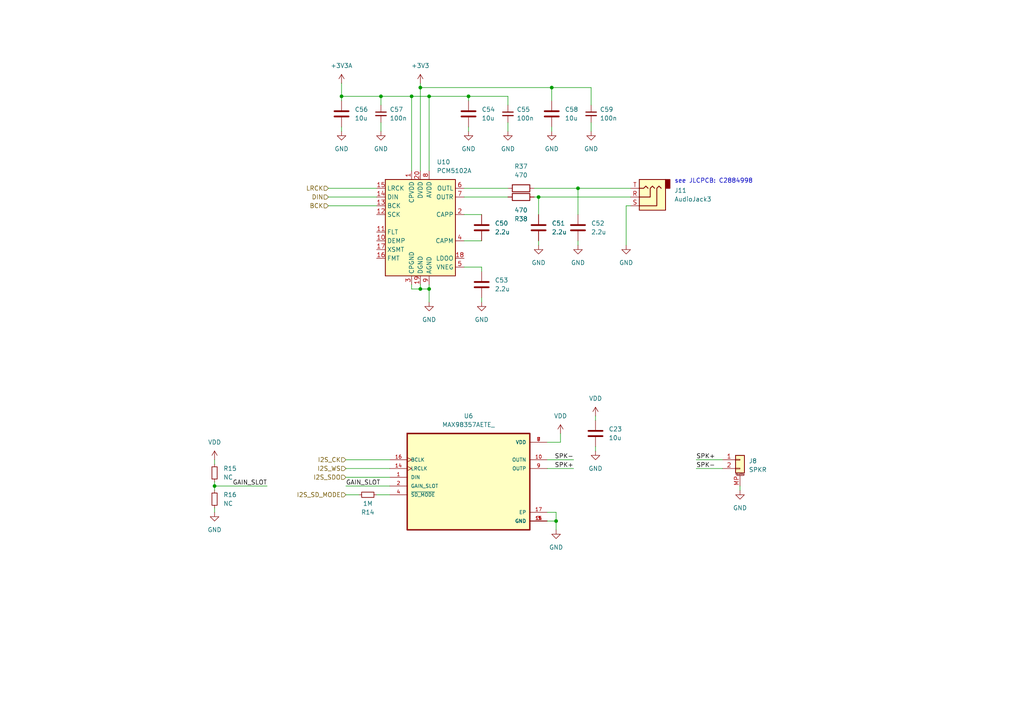
<source format=kicad_sch>
(kicad_sch (version 20231120) (generator "eeschema") (generator_version "8.0")
  (paper "A4")
  (lib_symbols
    (symbol "Audio:PCM5102A"
      (property "Reference" "U" (at -10.16 13.97 0))
      (property "Value" "PCM5102A" (at 3.81 13.97 0))
      (symbol "PCM5102A_0_1"
        (rectangle (start -10.16 12.7) (end 10.16 -15.24) (stroke (width 0.254)) (fill (type background)))
      )
      (symbol "PCM5102A_1_1"
        (pin passive line (at -2.54 15.24 270) (length 2.54) (name "CPVDD") (number "1"))
        (pin input line (at -12.7 -5.08 0) (length 2.54) (name "DEMP") (number "10"))
        (pin input line (at -12.7 -2.54 0) (length 2.54) (name "FLT") (number "11"))
        (pin input line (at -12.7 2.54 0) (length 2.54) (name "SCK") (number "12"))
        (pin input line (at -12.7 5.08 0) (length 2.54) (name "BCK") (number "13"))
        (pin input line (at -12.7 7.62 0) (length 2.54) (name "DIN") (number "14"))
        (pin input line (at -12.7 10.16 0) (length 2.54) (name "LRCK") (number "15"))
        (pin input line (at -12.7 -10.16 0) (length 2.54) (name "FMT") (number "16"))
        (pin input line (at -12.7 -7.62 0) (length 2.54) (name "XSMT") (number "17"))
        (pin passive line (at 12.7 -10.16 180) (length 2.54) (name "LDOO") (number "18"))
        (pin power_in line (at 0 -17.78 90) (length 2.54) (name "DGND") (number "19"))
        (pin passive line (at 12.7 2.54 180) (length 2.54) (name "CAPP") (number "2"))
        (pin power_in line (at 0 15.24 270) (length 2.54) (name "DVDD") (number "20"))
        (pin power_in line (at -2.54 -17.78 90) (length 2.54) (name "CPGND") (number "3"))
        (pin passive line (at 12.7 -5.08 180) (length 2.54) (name "CAPM") (number "4"))
        (pin passive line (at 12.7 -12.7 180) (length 2.54) (name "VNEG") (number "5"))
        (pin output line (at 12.7 10.16 180) (length 2.54) (name "OUTL") (number "6"))
        (pin output line (at 12.7 7.62 180) (length 2.54) (name "OUTR") (number "7"))
        (pin power_in line (at 2.54 15.24 270) (length 2.54) (name "AVDD") (number "8"))
        (pin power_in line (at 2.54 -17.78 90) (length 2.54) (name "AGND") (number "9"))
      )
    )
    (symbol "Connector_Audio:AudioJack3"
      (property "Reference" "J" (at 0 8.89 0))
      (property "Value" "AudioJack3" (at 0 6.35 0))
      (symbol "AudioJack3_0_1"
        (rectangle (start -5.08 -5.08) (end -6.35 -2.54) (stroke (width 0.254)) (fill (type outline)))
        (polyline (pts (xy 0 -2.54) (xy 0.635 -3.175) (xy 1.27 -2.54) (xy 2.54 -2.54)) (stroke (width 0.254)))
        (polyline (pts (xy -1.905 -2.54) (xy -1.27 -3.175) (xy -0.635 -2.54) (xy -0.635 0) (xy 2.54 0)) (stroke (width 0.254)))
        (polyline (pts (xy 2.54 2.54) (xy -2.54 2.54) (xy -2.54 -2.54) (xy -3.175 -3.175) (xy -3.81 -2.54)) (stroke (width 0.254)))
        (rectangle (start 2.54 3.81) (end -5.08 -5.08) (stroke (width 0.254)) (fill (type background)))
      )
      (symbol "AudioJack3_1_1"
        (pin passive line (at 5.08 0 180) (length 2.54) (name "~") (number "R"))
        (pin passive line (at 5.08 2.54 180) (length 2.54) (name "~") (number "S"))
        (pin passive line (at 5.08 -2.54 180) (length 2.54) (name "~") (number "T"))
      )
    )
    (symbol "Connector_Generic_MountingPin:Conn_01x02_MountingPin" (pin_names (offset 1.016) hide)
      (property "Reference" "J" (at 0 2.54 0))
      (property "Value" "Conn_01x02_MountingPin" (at 1.27 -5.08 0))
      (symbol "Conn_01x02_MountingPin_1_1"
        (rectangle (start -1.27 -2.413) (end 0 -2.667) (stroke (width 0.1524)))
        (rectangle (start -1.27 0.127) (end 0 -0.127) (stroke (width 0.1524)))
        (rectangle (start -1.27 1.27) (end 1.27 -3.81) (stroke (width 0.254)) (fill (type background)))
        (polyline (pts (xy -1.016 -4.572) (xy 1.016 -4.572)) (stroke (width 0.1524)))
        (text "Mounting" (at 0 -4.191 0) (effects (font (size 0.381 0.381))))
        (pin passive line (at -5.08 0 0) (length 3.81) (name "Pin_1") (number "1"))
        (pin passive line (at -5.08 -2.54 0) (length 3.81) (name "Pin_2") (number "2"))
        (pin passive line (at 0 -7.62 90) (length 3.048) (name "MountPin") (number "MP"))
      )
    )
    (symbol "Device:C" (pin_numbers hide) (pin_names (offset 0.254))
      (property "Reference" "C" (at 0.635 2.54 0))
      (property "Value" "C" (at 0.635 -2.54 0))
      (symbol "C_0_1"
        (polyline (pts (xy -2.032 -0.762) (xy 2.032 -0.762)) (stroke (width 0.508)))
        (polyline (pts (xy -2.032 0.762) (xy 2.032 0.762)) (stroke (width 0.508)))
      )
      (symbol "C_1_1"
        (pin passive line (at 0 3.81 270) (length 2.794) (name "~") (number "1"))
        (pin passive line (at 0 -3.81 90) (length 2.794) (name "~") (number "2"))
      )
    )
    (symbol "Device:C_Small" (pin_numbers hide) (pin_names (offset 0.254) hide)
      (property "Reference" "C" (at 0.254 1.778 0))
      (property "Value" "C_Small" (at 0.254 -2.032 0))
      (symbol "C_Small_0_1"
        (polyline (pts (xy -1.524 -0.508) (xy 1.524 -0.508)) (stroke (width 0.3302)))
        (polyline (pts (xy -1.524 0.508) (xy 1.524 0.508)) (stroke (width 0.3048)))
      )
      (symbol "C_Small_1_1"
        (pin passive line (at 0 2.54 270) (length 2.032) (name "~") (number "1"))
        (pin passive line (at 0 -2.54 90) (length 2.032) (name "~") (number "2"))
      )
    )
    (symbol "Device:R" (pin_numbers hide) (pin_names (offset 0))
      (property "Reference" "R" (at 2.032 0 90))
      (property "Value" "R" (at 0 0 90))
      (symbol "R_0_1"
        (rectangle (start -1.016 -2.54) (end 1.016 2.54) (stroke (width 0.254)))
      )
      (symbol "R_1_1"
        (pin passive line (at 0 3.81 270) (length 1.27) (name "~") (number "1"))
        (pin passive line (at 0 -3.81 90) (length 1.27) (name "~") (number "2"))
      )
    )
    (symbol "Device:R_Small" (pin_numbers hide) (pin_names (offset 0.254) hide)
      (property "Reference" "R" (at 0.762 0.508 0))
      (property "Value" "R_Small" (at 0.762 -1.016 0))
      (symbol "R_Small_0_1"
        (rectangle (start -0.762 1.778) (end 0.762 -1.778) (stroke (width 0.2032)))
      )
      (symbol "R_Small_1_1"
        (pin passive line (at 0 2.54 270) (length 0.762) (name "~") (number "1"))
        (pin passive line (at 0 -2.54 90) (length 0.762) (name "~") (number "2"))
      )
    )
    (symbol "MAX98357AETE_:MAX98357AETE_" (pin_names (offset 1.016))
      (property "Reference" "U" (at -17.8104 13.7451 0))
      (property "Value" "MAX98357AETE_" (at -17.8039 -19.2795 0))
      (symbol "MAX98357AETE__0_0"
        (rectangle (start -17.78 -15.24) (end 17.78 12.7) (stroke (width 0.41)) (fill (type background)))
        (pin input line (at -22.86 0 0) (length 5.08) (name "DIN") (number "1"))
        (pin output line (at 22.86 5.08 180) (length 5.08) (name "OUTN") (number "10"))
        (pin power_in line (at 22.86 -12.7 180) (length 5.08) (name "GND") (number "11"))
        (pin input clock (at -22.86 2.54 0) (length 5.08) (name "LRCLK") (number "14"))
        (pin power_in line (at 22.86 -12.7 180) (length 5.08) (name "GND") (number "15"))
        (pin input clock (at -22.86 5.08 0) (length 5.08) (name "BCLK") (number "16"))
        (pin power_in line (at 22.86 -10.16 180) (length 5.08) (name "EP") (number "17"))
        (pin input line (at -22.86 -2.54 0) (length 5.08) (name "GAIN_SLOT") (number "2"))
        (pin power_in line (at 22.86 -12.7 180) (length 5.08) (name "GND") (number "3"))
        (pin input line (at -22.86 -5.08 0) (length 5.08) (name "~{SD_MODE}") (number "4"))
        (pin power_in line (at 22.86 10.16 180) (length 5.08) (name "VDD") (number "7"))
        (pin power_in line (at 22.86 10.16 180) (length 5.08) (name "VDD") (number "8"))
        (pin output line (at 22.86 2.54 180) (length 5.08) (name "OUTP") (number "9"))
      )
    )
    (symbol "power:+3V3" (power) (pin_numbers hide) (pin_names (offset 0) hide)
      (property "Value" "+3V3" (at 0 3.556 0))
      (symbol "+3V3_0_1"
        (polyline (pts (xy -0.762 1.27) (xy 0 2.54)))
        (polyline (pts (xy 0 0) (xy 0 2.54)))
        (polyline (pts (xy 0 2.54) (xy 0.762 1.27)))
      )
      (symbol "+3V3_1_1"
        (pin power_in line (at 0 0 90) (length 0) (name "~") (number "1"))
      )
    )
    (symbol "power:GND" (power) (pin_names (offset 0))
      (property "Value" "GND" (at 0 -3.81 0))
      (symbol "GND_0_1"
        (polyline (pts (xy 0 0) (xy 0 -1.27) (xy 1.27 -1.27) (xy 0 -2.54) (xy -1.27 -1.27) (xy 0 -1.27)))
      )
      (symbol "GND_1_1"
        (pin power_in line (at 0 0 270) (length 0) hide (name "GND") (number "1"))
      )
    )
    (symbol "power:VDD" (power) (pin_names (offset 0))
      (property "Value" "VDD" (at 0 3.81 0))
      (symbol "VDD_0_1"
        (polyline (pts (xy -0.762 1.27) (xy 0 2.54)))
        (polyline (pts (xy 0 0) (xy 0 2.54)))
        (polyline (pts (xy 0 2.54) (xy 0.762 1.27)))
      )
      (symbol "VDD_1_1"
        (pin power_in line (at 0 0 90) (length 0) hide (name "VDD") (number "1"))
      )
    )
  )
  (junction (at 161.29 151.13))
  (junction (at 121.92 25.4))
  (junction (at 62.23 140.97))
  (junction (at 156.21 57.15))
  (junction (at 167.64 54.61))
  (junction (at 121.92 83.82))
  (junction (at 135.89 27.94))
  (junction (at 124.46 83.82))
  (junction (at 119.38 27.94))
  (junction (at 124.46 27.94))
  (junction (at 110.49 27.94))
  (junction (at 99.06 27.94))
  (junction (at 160.02 25.4))
  (wire (pts (xy 156.21 57.15) (xy 182.88 57.15)))
  (wire (pts (xy 156.21 57.15) (xy 154.94 57.15)))
  (wire (pts (xy 158.75 148.59) (xy 161.29 148.59)))
  (wire (pts (xy 100.33 133.35) (xy 113.03 133.35)))
  (wire (pts (xy 135.89 38.1) (xy 135.89 36.83)))
  (wire (pts (xy 171.45 38.1) (xy 171.45 35.56)))
  (wire (pts (xy 119.38 27.94) (xy 110.49 27.94)))
  (wire (pts (xy 209.55 135.89) (xy 201.93 135.89)))
  (wire (pts (xy 172.72 120.65) (xy 172.72 121.92)))
  (wire (pts (xy 99.06 27.94) (xy 99.06 29.21)))
  (wire (pts (xy 121.92 24.13) (xy 121.92 25.4)))
  (wire (pts (xy 100.33 138.43) (xy 113.03 138.43)))
  (wire (pts (xy 181.61 71.12) (xy 181.61 59.69)))
  (wire (pts (xy 158.75 135.89) (xy 166.37 135.89)))
  (wire (pts (xy 110.49 27.94) (xy 99.06 27.94)))
  (wire (pts (xy 139.7 87.63) (xy 139.7 86.36)))
  (wire (pts (xy 161.29 148.59) (xy 161.29 151.13)))
  (wire (pts (xy 119.38 49.53) (xy 119.38 27.94)))
  (wire (pts (xy 121.92 49.53) (xy 121.92 25.4)))
  (wire (pts (xy 214.63 142.24) (xy 214.63 140.97)))
  (wire (pts (xy 156.21 62.23) (xy 156.21 57.15)))
  (wire (pts (xy 160.02 25.4) (xy 171.45 25.4)))
  (wire (pts (xy 134.62 54.61) (xy 147.32 54.61)))
  (wire (pts (xy 167.64 71.12) (xy 167.64 69.85)))
  (wire (pts (xy 109.22 143.51) (xy 113.03 143.51)))
  (wire (pts (xy 62.23 142.24) (xy 62.23 140.97)))
  (wire (pts (xy 62.23 140.97) (xy 77.47 140.97)))
  (wire (pts (xy 110.49 38.1) (xy 110.49 35.56)))
  (wire (pts (xy 167.64 54.61) (xy 182.88 54.61)))
  (wire (pts (xy 139.7 77.47) (xy 139.7 78.74)))
  (wire (pts (xy 124.46 27.94) (xy 119.38 27.94)))
  (wire (pts (xy 134.62 62.23) (xy 139.7 62.23)))
  (wire (pts (xy 147.32 27.94) (xy 135.89 27.94)))
  (wire (pts (xy 95.25 57.15) (xy 109.22 57.15)))
  (wire (pts (xy 119.38 82.55) (xy 119.38 83.82)))
  (wire (pts (xy 99.06 38.1) (xy 99.06 36.83)))
  (wire (pts (xy 135.89 27.94) (xy 135.89 29.21)))
  (wire (pts (xy 171.45 25.4) (xy 171.45 30.48)))
  (wire (pts (xy 158.75 128.27) (xy 162.56 128.27)))
  (wire (pts (xy 121.92 82.55) (xy 121.92 83.82)))
  (wire (pts (xy 124.46 27.94) (xy 124.46 49.53)))
  (wire (pts (xy 209.55 133.35) (xy 201.93 133.35)))
  (wire (pts (xy 95.25 54.61) (xy 109.22 54.61)))
  (wire (pts (xy 124.46 83.82) (xy 124.46 87.63)))
  (wire (pts (xy 134.62 57.15) (xy 147.32 57.15)))
  (wire (pts (xy 134.62 69.85) (xy 139.7 69.85)))
  (wire (pts (xy 124.46 82.55) (xy 124.46 83.82)))
  (wire (pts (xy 100.33 143.51) (xy 104.14 143.51)))
  (wire (pts (xy 147.32 38.1) (xy 147.32 35.56)))
  (wire (pts (xy 167.64 54.61) (xy 154.94 54.61)))
  (wire (pts (xy 62.23 140.97) (xy 62.23 139.7)))
  (wire (pts (xy 160.02 38.1) (xy 160.02 36.83)))
  (wire (pts (xy 158.75 151.13) (xy 161.29 151.13)))
  (wire (pts (xy 62.23 148.59) (xy 62.23 147.32)))
  (wire (pts (xy 167.64 62.23) (xy 167.64 54.61)))
  (wire (pts (xy 156.21 71.12) (xy 156.21 69.85)))
  (wire (pts (xy 62.23 133.35) (xy 62.23 134.62)))
  (wire (pts (xy 161.29 151.13) (xy 161.29 153.67)))
  (wire (pts (xy 100.33 135.89) (xy 113.03 135.89)))
  (wire (pts (xy 162.56 128.27) (xy 162.56 125.73)))
  (wire (pts (xy 121.92 25.4) (xy 160.02 25.4)))
  (wire (pts (xy 134.62 77.47) (xy 139.7 77.47)))
  (wire (pts (xy 124.46 83.82) (xy 121.92 83.82)))
  (wire (pts (xy 119.38 83.82) (xy 121.92 83.82)))
  (wire (pts (xy 110.49 27.94) (xy 110.49 30.48)))
  (wire (pts (xy 172.72 130.81) (xy 172.72 129.54)))
  (wire (pts (xy 99.06 24.13) (xy 99.06 27.94)))
  (wire (pts (xy 147.32 30.48) (xy 147.32 27.94)))
  (wire (pts (xy 100.33 140.97) (xy 113.03 140.97)))
  (wire (pts (xy 158.75 133.35) (xy 166.37 133.35)))
  (wire (pts (xy 181.61 59.69) (xy 182.88 59.69)))
  (wire (pts (xy 95.25 59.69) (xy 109.22 59.69)))
  (wire (pts (xy 135.89 27.94) (xy 124.46 27.94)))
  (wire (pts (xy 160.02 25.4) (xy 160.02 29.21)))
  (text "see JLCPCB: C2884998" (at 207.01 52.578 0) (effects (font (size 1.27 1.27))))
  (label "SPK+" (at 166.37 135.89 180))
  (label "GAIN_SLOT" (at 100.33 140.97 0))
  (label "GAIN_SLOT" (at 77.47 140.97 180))
  (label "SPK-" (at 166.37 133.35 180))
  (label "SPK+" (at 201.93 133.35 0))
  (label "SPK-" (at 201.93 135.89 0))
  (hierarchical_label "I2S_SD_MODE" (shape input) (at 100.33 143.51 180))
  (hierarchical_label "BCK" (shape input) (at 95.25 59.69 180))
  (hierarchical_label "I2S_WS" (shape input) (at 100.33 135.89 180))
  (hierarchical_label "I2S_SDO" (shape input) (at 100.33 138.43 180))
  (hierarchical_label "DIN" (shape input) (at 95.25 57.15 180))
  (hierarchical_label "LRCK" (shape input) (at 95.25 54.61 180))
  (hierarchical_label "I2S_CK" (shape input) (at 100.33 133.35 180))
  (symbol (lib_id "power:+3V3") (at 99.06 24.13 0) (unit 1)
    (property "Reference" "#PWR0124" (effects (hide yes)))
    (property "Value" "+3V3A" (at 99.06 19.05 0))
    (property "Description" "Power symbol creates a global label with name \"+3V3\"" (effects (hide yes)))
  )
  (symbol (lib_id "Device:R_Small") (at 62.23 144.78 0) (unit 1)
    (property "Reference" "R16" (at 64.77 143.5099 0) (effects (justify left)))
    (property "Value" "NC" (at 64.77 146.0499 0) (effects (justify left)))
    (property "Footprint" "Resistor_SMD:R_0402_1005Metric" (effects (hide yes)))
    (property "Description" "Resistor, small symbol" (effects (hide yes)))
  )
  (symbol (lib_id "power:GND") (at 167.64 71.12 0) (unit 1)
    (property "Reference" "#PWR072" (effects (hide yes)))
    (property "Value" "GND" (at 167.64 76.2 0))
    (property "Description" "Power symbol creates a global label with name \"GND\" , ground" (effects (hide yes)))
  )
  (symbol (lib_id "Device:C") (at 139.7 82.55 0) (unit 1)
    (property "Reference" "C53" (at 143.51 81.2799 0) (effects (justify left)))
    (property "Value" "2.2u" (at 143.51 83.8199 0) (effects (justify left)))
    (property "Footprint" "Capacitor_SMD:C_0805_2012Metric" (effects (hide yes)))
    (property "Description" "Unpolarized capacitor" (effects (hide yes)))
    (property "JLCPCB Part #" "C377773" (effects (hide yes)))
  )
  (symbol (lib_id "Device:C_Small") (at 171.45 33.02 0) (unit 1)
    (property "Reference" "C59" (at 173.99 31.7562 0) (effects (justify left)))
    (property "Value" "100n" (at 173.99 34.2962 0) (effects (justify left)))
    (property "Footprint" "Capacitor_SMD:C_0402_1005Metric" (effects (hide yes)))
    (property "Description" "Unpolarized capacitor, small symbol" (effects (hide yes)))
    (property "JLCPCB Part #" "C307331" (effects (hide yes)))
  )
  (symbol (lib_id "power:GND") (at 147.32 38.1 0) (unit 1)
    (property "Reference" "#PWR0112" (effects (hide yes)))
    (property "Value" "GND" (at 147.32 43.18 0))
    (property "Description" "Power symbol creates a global label with name \"GND\" , ground" (effects (hide yes)))
  )
  (symbol (lib_id "Device:C") (at 167.64 66.04 0) (unit 1)
    (property "Reference" "C52" (at 171.45 64.7699 0) (effects (justify left)))
    (property "Value" "2.2u" (at 171.45 67.3099 0) (effects (justify left)))
    (property "Footprint" "Capacitor_SMD:C_0805_2012Metric" (effects (hide yes)))
    (property "Description" "Unpolarized capacitor" (effects (hide yes)))
    (property "JLCPCB Part #" "C377773" (effects (hide yes)))
  )
  (symbol (lib_id "power:+3V3") (at 121.92 24.13 0) (unit 1)
    (property "Reference" "#PWR0123" (effects (hide yes)))
    (property "Value" "+3V3" (at 121.92 19.05 0))
    (property "Description" "Power symbol creates a global label with name \"+3V3\"" (effects (hide yes)))
  )
  (symbol (lib_id "power:GND") (at 171.45 38.1 0) (unit 1)
    (property "Reference" "#PWR0122" (effects (hide yes)))
    (property "Value" "GND" (at 171.45 43.18 0))
    (property "Description" "Power symbol creates a global label with name \"GND\" , ground" (effects (hide yes)))
  )
  (symbol (lib_id "Device:R_Small") (at 62.23 137.16 0) (unit 1)
    (property "Reference" "R15" (at 64.77 135.8899 0) (effects (justify left)))
    (property "Value" "NC" (at 64.77 138.4299 0) (effects (justify left)))
    (property "Footprint" "Resistor_SMD:R_0402_1005Metric" (effects (hide yes)))
    (property "Description" "Resistor, small symbol" (effects (hide yes)))
  )
  (symbol (lib_id "Device:C") (at 135.89 33.02 0) (unit 1)
    (property "Reference" "C54" (at 139.7 31.7499 0) (effects (justify left)))
    (property "Value" "10u" (at 139.7 34.2899 0) (effects (justify left)))
    (property "Footprint" "Capacitor_SMD:C_0603_1608Metric" (effects (hide yes)))
    (property "Description" "Unpolarized capacitor" (effects (hide yes)))
    (property "JLCPCB Part #" "C96446" (effects (hide yes)))
  )
  (symbol (lib_id "power:GND") (at 110.49 38.1 0) (unit 1)
    (property "Reference" "#PWR0120" (effects (hide yes)))
    (property "Value" "GND" (at 110.49 43.18 0))
    (property "Description" "Power symbol creates a global label with name \"GND\" , ground" (effects (hide yes)))
  )
  (symbol (lib_id "Connector_Audio:AudioJack3") (at 187.96 57.15 180) (unit 1)
    (property "Reference" "J11" (at 195.58 55.2449 0) (effects (justify right)))
    (property "Value" "AudioJack3" (at 195.58 57.7849 0) (effects (justify right)))
    (property "Footprint" "Connector_Audio:Jack_3.5mm_CUI_SJ-3523-SMT_Horizontal" (effects (hide yes)))
    (property "Description" "Audio Jack, 3 Poles (Stereo / TRS)" (effects (hide yes)))
    (property "JLCPCB Part #" "C2884998" (effects (hide yes)))
  )
  (symbol (lib_id "Audio:PCM5102A") (at 121.92 64.77 0) (unit 1)
    (property "Reference" "U10" (at 126.6541 46.99 0) (effects (justify left)))
    (property "Value" "PCM5102A" (at 126.6541 49.53 0) (effects (justify left)))
    (property "Footprint" "Package_SO:TSSOP-20_4.4x6.5mm_P0.65mm" (effects (hide yes)))
    (property "Datasheet" "https://www.ti.com/lit/ds/symlink/pcm5102a.pdf" (effects (hide yes)))
    (property "Description" "2.1 VRMS, 112dB Audio Stereo DAC with PLL and 32-bit, 384kHz PCM Interface, TSSOP-20" (effects (hide yes)))
    (property "JLCPCB Part #" "C107671" (effects (hide yes)))
  )
  (symbol (lib_id "power:GND") (at 172.72 130.81 0) (unit 1)
    (property "Reference" "#PWR062" (effects (hide yes)))
    (property "Value" "GND" (at 172.72 135.89 0))
    (property "Description" "Power symbol creates a global label with name \"GND\" , ground" (effects (hide yes)))
  )
  (symbol (lib_id "power:GND") (at 62.23 148.59 0) (unit 1)
    (property "Reference" "#PWR064" (effects (hide yes)))
    (property "Value" "GND" (at 62.23 153.67 0))
    (property "Description" "Power symbol creates a global label with name \"GND\" , ground" (effects (hide yes)))
  )
  (symbol (lib_id "Device:C") (at 99.06 33.02 0) (unit 1)
    (property "Reference" "C56" (at 102.87 31.7499 0) (effects (justify left)))
    (property "Value" "10u" (at 102.87 34.2899 0) (effects (justify left)))
    (property "Footprint" "Capacitor_SMD:C_0603_1608Metric" (effects (hide yes)))
    (property "Description" "Unpolarized capacitor" (effects (hide yes)))
    (property "JLCPCB Part #" "C96446" (effects (hide yes)))
  )
  (symbol (lib_id "MAX98357AETE_:MAX98357AETE_") (at 135.89 138.43 0) (unit 1)
    (property "Reference" "U6" (at 135.89 120.65 0))
    (property "Value" "MAX98357AETE_" (at 135.89 123.19 0))
    (property "Footprint" "MAX98357AETE_:QFN50P300X300X80-17N" (effects (hide yes)))
    (property "MF" "Analog Devices" (effects (hide yes)))
    (property "DESCRIPTION" "Audio Amp Speaker 1-CH Mono Class-D 16-Pin TQFN EP" (effects (hide yes)))
    (property "PACKAGE" "TQFN-16 Maxim Integrated" (effects (hide yes)))
    (property "PRICE" "None" (effects (hide yes)))
    (property "Package" "TQFN-16 Maxim" (effects (hide yes)))
    (property "Check_prices" "https://www.snapeda.com/parts/MAX98357AETE+/Analog+Devices/view-part/?ref=eda" (effects (hide yes)))
    (property "STANDARD" "IPC7351B" (effects (hide yes)))
    (property "SnapEDA_Link" "https://www.snapeda.com/parts/MAX98357AETE+/Analog+Devices/view-part/?ref=snap" (effects (hide yes)))
    (property "MP" "MAX98357AETE+" (effects (hide yes)))
    (property "Purchase-URL" "https://www.snapeda.com/api/url_track_click_mouser/?unipart_id=229145&manufacturer=Analog Devices&part_name=MAX98357AETE+&search_term=max98357" (effects (hide yes)))
    (property "Description_1" "\nTiny, Low-Cost, PCM Class D Amplifier with Class AB Performance\n" (effects (hide yes)))
    (property "Availability" "In Stock" (effects (hide yes)))
    (property "Price" "None" (effects (hide yes)))
    (property "MANUFACTURER" "Maxim Integrated" (effects (hide yes)))
    (property "JLCPCB Part #" "C910544" (effects (hide yes)))
  )
  (symbol (lib_id "power:GND") (at 99.06 38.1 0) (unit 1)
    (property "Reference" "#PWR0113" (effects (hide yes)))
    (property "Value" "GND" (at 99.06 43.18 0))
    (property "Description" "Power symbol creates a global label with name \"GND\" , ground" (effects (hide yes)))
  )
  (symbol (lib_id "power:GND") (at 214.63 142.24 0) (unit 1)
    (property "Reference" "#PWR067" (effects (hide yes)))
    (property "Value" "GND" (at 214.63 147.32 0))
    (property "Description" "Power symbol creates a global label with name \"GND\" , ground" (effects (hide yes)))
  )
  (symbol (lib_id "Device:R_Small") (at 106.68 143.51 90) (mirror x) (unit 1)
    (property "Reference" "R14" (at 106.68 148.59 90))
    (property "Value" "1M" (at 106.68 146.05 90))
    (property "Footprint" "Resistor_SMD:R_0402_1005Metric" (effects (hide yes)))
    (property "Description" "Resistor, small symbol" (effects (hide yes)))
    (property "JLCPCB Part #" "C26083" (effects (hide yes)))
  )
  (symbol (lib_id "Device:R") (at 151.13 54.61 90) (unit 1)
    (property "Reference" "R37" (at 151.13 48.26 90))
    (property "Value" "470" (at 151.13 50.8 90))
    (property "Footprint" "Resistor_SMD:R_0603_1608Metric" (effects (hide yes)))
    (property "Description" "Resistor" (effects (hide yes)))
    (property "JLCPCB Part #" "C23179" (effects (hide yes)))
  )
  (symbol (lib_id "power:GND") (at 135.89 38.1 0) (unit 1)
    (property "Reference" "#PWR0111" (effects (hide yes)))
    (property "Value" "GND" (at 135.89 43.18 0))
    (property "Description" "Power symbol creates a global label with name \"GND\" , ground" (effects (hide yes)))
  )
  (symbol (lib_id "power:GND") (at 139.7 87.63 0) (unit 1)
    (property "Reference" "#PWR066" (effects (hide yes)))
    (property "Value" "GND" (at 139.7 92.71 0))
    (property "Description" "Power symbol creates a global label with name \"GND\" , ground" (effects (hide yes)))
  )
  (symbol (lib_id "Device:C") (at 156.21 66.04 0) (unit 1)
    (property "Reference" "C51" (at 160.02 64.7699 0) (effects (justify left)))
    (property "Value" "2.2u" (at 160.02 67.3099 0) (effects (justify left)))
    (property "Footprint" "Capacitor_SMD:C_0805_2012Metric" (effects (hide yes)))
    (property "Description" "Unpolarized capacitor" (effects (hide yes)))
    (property "JLCPCB Part #" "C377773" (effects (hide yes)))
  )
  (symbol (lib_id "Device:C") (at 139.7 66.04 0) (unit 1)
    (property "Reference" "C50" (at 143.51 64.7699 0) (effects (justify left)))
    (property "Value" "2.2u" (at 143.51 67.3099 0) (effects (justify left)))
    (property "Footprint" "Capacitor_SMD:C_0805_2012Metric" (effects (hide yes)))
    (property "Description" "Unpolarized capacitor" (effects (hide yes)))
    (property "JLCPCB Part #" "C377773" (effects (hide yes)))
  )
  (symbol (lib_id "Device:R") (at 151.13 57.15 90) (mirror x) (unit 1)
    (property "Reference" "R38" (at 151.13 63.5 90))
    (property "Value" "470" (at 151.13 60.96 90))
    (property "Footprint" "Resistor_SMD:R_0603_1608Metric" (effects (hide yes)))
    (property "Description" "Resistor" (effects (hide yes)))
    (property "JLCPCB Part #" "C23179" (effects (hide yes)))
  )
  (symbol (lib_id "Device:C") (at 172.72 125.73 0) (unit 1)
    (property "Reference" "C23" (at 176.53 124.4599 0) (effects (justify left)))
    (property "Value" "10u" (at 176.53 126.9999 0) (effects (justify left)))
    (property "Footprint" "Capacitor_SMD:C_0603_1608Metric" (effects (hide yes)))
    (property "Description" "Unpolarized capacitor" (effects (hide yes)))
    (property "JLCPCB Part #" "C96446" (effects (hide yes)))
  )
  (symbol (lib_id "power:GND") (at 161.29 153.67 0) (unit 1)
    (property "Reference" "#PWR060" (effects (hide yes)))
    (property "Value" "GND" (at 161.29 158.75 0))
    (property "Description" "Power symbol creates a global label with name \"GND\" , ground" (effects (hide yes)))
  )
  (symbol (lib_id "Device:C_Small") (at 147.32 33.02 0) (unit 1)
    (property "Reference" "C55" (at 149.86 31.7562 0) (effects (justify left)))
    (property "Value" "100n" (at 149.86 34.2962 0) (effects (justify left)))
    (property "Footprint" "Capacitor_SMD:C_0402_1005Metric" (effects (hide yes)))
    (property "Description" "Unpolarized capacitor, small symbol" (effects (hide yes)))
    (property "JLCPCB Part #" "C307331" (effects (hide yes)))
  )
  (symbol (lib_id "Connector_Generic_MountingPin:Conn_01x02_MountingPin") (at 214.63 133.35 0) (unit 1)
    (property "Reference" "J8" (at 217.17 133.7055 0) (effects (justify left)))
    (property "Value" "SPKR" (at 217.17 136.2455 0) (effects (justify left)))
    (property "Footprint" "Connector_Hirose:Hirose_DF13C_CL535-0402-2-51_1x02-1MP_P1.25mm_Vertical" (effects (hide yes)))
    (property "Description" "Generic connectable mounting pin connector, single row, 01x02, script generated (kicad-library-utils/schlib/autogen/connector/)" (effects (hide yes)))
    (property "JLCPCB Part #" "C7419891" (effects (hide yes)))
  )
  (symbol (lib_id "power:VDD") (at 62.23 133.35 0) (unit 1)
    (property "Reference" "#PWR065" (effects (hide yes)))
    (property "Value" "VDD" (at 62.23 128.27 0))
    (property "Description" "Power symbol creates a global label with name \"VDD\"" (effects (hide yes)))
  )
  (symbol (lib_id "Device:C") (at 160.02 33.02 0) (unit 1)
    (property "Reference" "C58" (at 163.83 31.7499 0) (effects (justify left)))
    (property "Value" "10u" (at 163.83 34.2899 0) (effects (justify left)))
    (property "Footprint" "Capacitor_SMD:C_0603_1608Metric" (effects (hide yes)))
    (property "Description" "Unpolarized capacitor" (effects (hide yes)))
    (property "JLCPCB Part #" "C96446" (effects (hide yes)))
  )
  (symbol (lib_id "power:GND") (at 160.02 38.1 0) (unit 1)
    (property "Reference" "#PWR0121" (effects (hide yes)))
    (property "Value" "GND" (at 160.02 43.18 0))
    (property "Description" "Power symbol creates a global label with name \"GND\" , ground" (effects (hide yes)))
  )
  (symbol (lib_id "power:GND") (at 156.21 71.12 0) (unit 1)
    (property "Reference" "#PWR071" (effects (hide yes)))
    (property "Value" "GND" (at 156.21 76.2 0))
    (property "Description" "Power symbol creates a global label with name \"GND\" , ground" (effects (hide yes)))
  )
  (symbol (lib_id "power:VDD") (at 162.56 125.73 0) (unit 1)
    (property "Reference" "#PWR061" (effects (hide yes)))
    (property "Value" "VDD" (at 162.56 120.65 0))
    (property "Description" "Power symbol creates a global label with name \"VDD\"" (effects (hide yes)))
  )
  (symbol (lib_id "Device:C_Small") (at 110.49 33.02 0) (unit 1)
    (property "Reference" "C57" (at 113.03 31.7562 0) (effects (justify left)))
    (property "Value" "100n" (at 113.03 34.2962 0) (effects (justify left)))
    (property "Footprint" "Capacitor_SMD:C_0402_1005Metric" (effects (hide yes)))
    (property "Description" "Unpolarized capacitor, small symbol" (effects (hide yes)))
    (property "JLCPCB Part #" "C307331" (effects (hide yes)))
  )
  (symbol (lib_id "power:GND") (at 124.46 87.63 0) (unit 1)
    (property "Reference" "#PWR059" (effects (hide yes)))
    (property "Value" "GND" (at 124.46 92.71 0))
    (property "Description" "Power symbol creates a global label with name \"GND\" , ground" (effects (hide yes)))
  )
  (symbol (lib_id "power:VDD") (at 172.72 120.65 0) (unit 1)
    (property "Reference" "#PWR063" (effects (hide yes)))
    (property "Value" "VDD" (at 172.72 115.57 0))
    (property "Description" "Power symbol creates a global label with name \"VDD\"" (effects (hide yes)))
  )
  (symbol (lib_id "power:GND") (at 181.61 71.12 0) (unit 1)
    (property "Reference" "#PWR073" (effects (hide yes)))
    (property "Value" "GND" (at 181.61 76.2 0))
    (property "Description" "Power symbol creates a global label with name \"GND\" , ground" (effects (hide yes)))
  )
)
</source>
